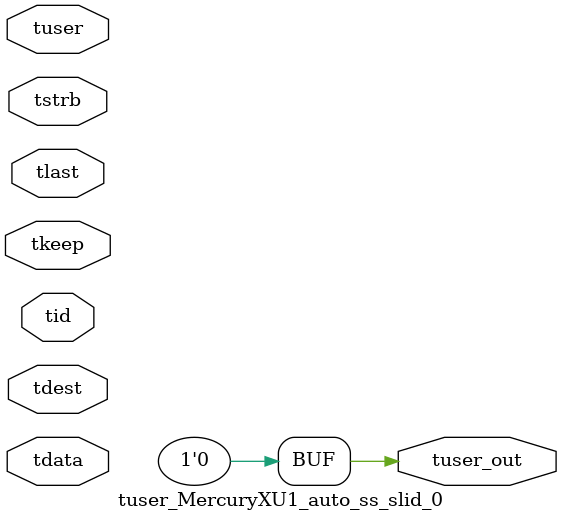
<source format=v>


`timescale 1ps/1ps

module tuser_MercuryXU1_auto_ss_slid_0 #
(
parameter C_S_AXIS_TUSER_WIDTH = 1,
parameter C_S_AXIS_TDATA_WIDTH = 32,
parameter C_S_AXIS_TID_WIDTH   = 0,
parameter C_S_AXIS_TDEST_WIDTH = 0,
parameter C_M_AXIS_TUSER_WIDTH = 1
)
(
input  [(C_S_AXIS_TUSER_WIDTH == 0 ? 1 : C_S_AXIS_TUSER_WIDTH)-1:0     ] tuser,
input  [(C_S_AXIS_TDATA_WIDTH == 0 ? 1 : C_S_AXIS_TDATA_WIDTH)-1:0     ] tdata,
input  [(C_S_AXIS_TID_WIDTH   == 0 ? 1 : C_S_AXIS_TID_WIDTH)-1:0       ] tid,
input  [(C_S_AXIS_TDEST_WIDTH == 0 ? 1 : C_S_AXIS_TDEST_WIDTH)-1:0     ] tdest,
input  [(C_S_AXIS_TDATA_WIDTH/8)-1:0 ] tkeep,
input  [(C_S_AXIS_TDATA_WIDTH/8)-1:0 ] tstrb,
input                                                                    tlast,
output [C_M_AXIS_TUSER_WIDTH-1:0] tuser_out
);

assign tuser_out = {1'b0};

endmodule


</source>
